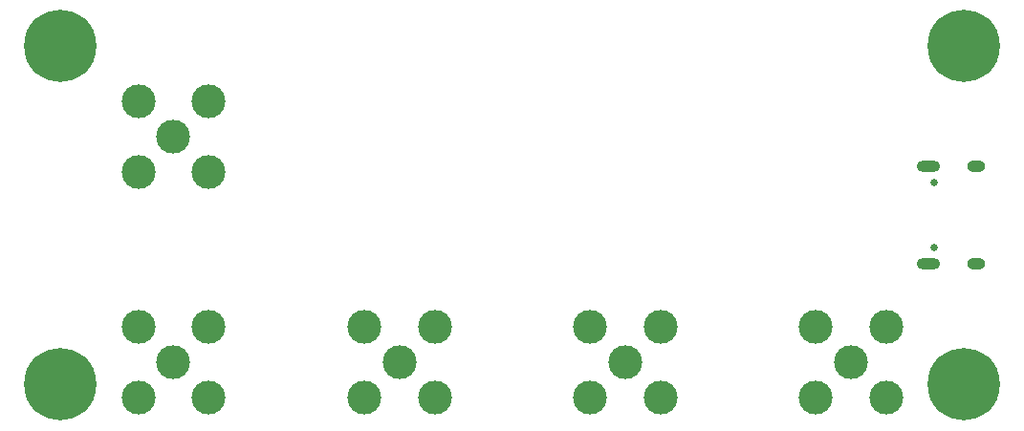
<source format=gbr>
%TF.GenerationSoftware,KiCad,Pcbnew,7.0.1*%
%TF.CreationDate,2023-05-30T08:19:09+02:00*%
%TF.ProjectId,test_SGTL5000,74657374-5f53-4475-944c-353030302e6b,rev?*%
%TF.SameCoordinates,Original*%
%TF.FileFunction,Soldermask,Bot*%
%TF.FilePolarity,Negative*%
%FSLAX46Y46*%
G04 Gerber Fmt 4.6, Leading zero omitted, Abs format (unit mm)*
G04 Created by KiCad (PCBNEW 7.0.1) date 2023-05-30 08:19:09*
%MOMM*%
%LPD*%
G01*
G04 APERTURE LIST*
%ADD10C,0.800000*%
%ADD11C,6.400000*%
%ADD12C,3.000000*%
%ADD13C,0.650000*%
%ADD14O,2.100000X1.000000*%
%ADD15O,1.600000X1.000000*%
G04 APERTURE END LIST*
D10*
%TO.C,H101*%
X97600000Y-50000000D03*
X98302944Y-48302944D03*
X98302944Y-51697056D03*
X100000000Y-47600000D03*
D11*
X100000000Y-50000000D03*
D10*
X100000000Y-52400000D03*
X101697056Y-48302944D03*
X101697056Y-51697056D03*
X102400000Y-50000000D03*
%TD*%
D12*
%TO.C,J304*%
X70000000Y-78000000D03*
X66875000Y-74875000D03*
X66875000Y-81125000D03*
X73125000Y-74875000D03*
X73125000Y-81125000D03*
%TD*%
D13*
%TO.C,J401*%
X97400000Y-67890000D03*
X97400000Y-62110000D03*
D14*
X96870000Y-69320000D03*
D15*
X101050000Y-69320000D03*
D14*
X96870000Y-60680000D03*
D15*
X101050000Y-60680000D03*
%TD*%
D10*
%TO.C,H104*%
X17600000Y-50000000D03*
X18302944Y-48302944D03*
X18302944Y-51697056D03*
X20000000Y-47600000D03*
D11*
X20000000Y-50000000D03*
D10*
X20000000Y-52400000D03*
X21697056Y-48302944D03*
X21697056Y-51697056D03*
X22400000Y-50000000D03*
%TD*%
%TO.C,H103*%
X17600000Y-80000000D03*
X18302944Y-78302944D03*
X18302944Y-81697056D03*
X20000000Y-77600000D03*
D11*
X20000000Y-80000000D03*
D10*
X20000000Y-82400000D03*
X21697056Y-78302944D03*
X21697056Y-81697056D03*
X22400000Y-80000000D03*
%TD*%
D12*
%TO.C,J302*%
X30000000Y-78000000D03*
X26875000Y-74875000D03*
X26875000Y-81125000D03*
X33125000Y-74875000D03*
X33125000Y-81125000D03*
%TD*%
%TO.C,J303*%
X30000000Y-58000000D03*
X26875000Y-54875000D03*
X26875000Y-61125000D03*
X33125000Y-54875000D03*
X33125000Y-61125000D03*
%TD*%
%TO.C,J301*%
X50000000Y-78000000D03*
X46875000Y-74875000D03*
X46875000Y-81125000D03*
X53125000Y-74875000D03*
X53125000Y-81125000D03*
%TD*%
%TO.C,J305*%
X90000000Y-78000000D03*
X86875000Y-74875000D03*
X86875000Y-81125000D03*
X93125000Y-74875000D03*
X93125000Y-81125000D03*
%TD*%
D10*
%TO.C,H102*%
X97600000Y-80000000D03*
X98302944Y-78302944D03*
X98302944Y-81697056D03*
X100000000Y-77600000D03*
D11*
X100000000Y-80000000D03*
D10*
X100000000Y-82400000D03*
X101697056Y-78302944D03*
X101697056Y-81697056D03*
X102400000Y-80000000D03*
%TD*%
M02*

</source>
